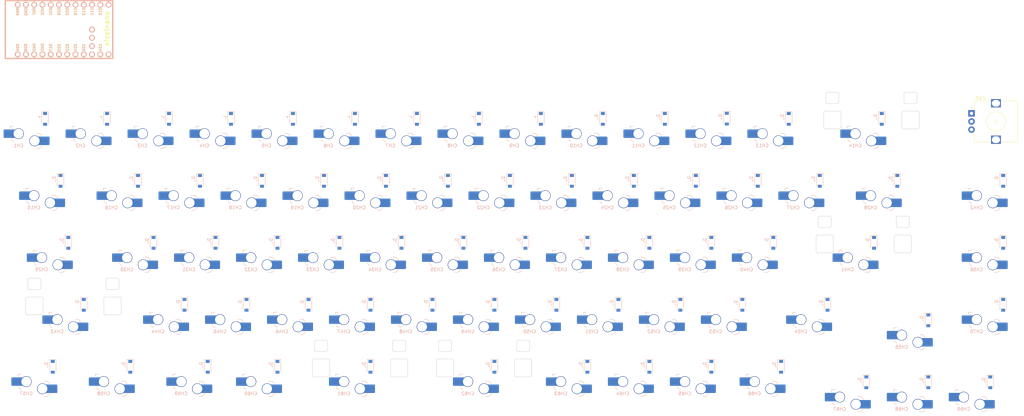
<source format=kicad_pcb>
(kicad_pcb (version 20221018) (generator pcbnew)
  (layers (0 "F.Cu" signal) (31 "B.Cu" signal) (34 "B.Paste" user) (35 "F.Paste" user) (36 "B.SilkS" user "B.Silkscreen") (37 "F.SilkS" user "F.Silkscreen") (38 "B.Mask" user) (39 "F.Mask" user) (44 "Edge.Cuts" user))
  (net 0 "")
  (net 1 "COL-0")
  (net 2 "Net-(D1-A)")
  (net 3 "COL-1")
  (net 4 "Net-(D2-A)")
  (net 5 "COL-2")
  (net 6 "Net-(D3-A)")
  (net 7 "COL-3")
  (net 8 "Net-(D4-A)")
  (net 9 "COL-4")
  (net 10 "Net-(D5-A)")
  (net 11 "COL-5")
  (net 12 "Net-(D6-A)")
  (net 13 "COL-6")
  (net 14 "Net-(D7-A)")
  (net 15 "COL-7")
  (net 16 "Net-(D8-A)")
  (net 17 "COL-8")
  (net 18 "Net-(D9-A)")
  (net 19 "COL-9")
  (net 20 "Net-(D10-A)")
  (net 21 "COL-10")
  (net 22 "Net-(D11-A)")
  (net 23 "COL-11")
  (net 24 "Net-(D12-A)")
  (net 25 "COL-12")
  (net 26 "Net-(D13-A)")
  (net 27 "COL-13")
  (net 28 "Net-(D14-A)")
  (net 29 "Net-(D15-A)")
  (net 30 "Net-(D16-A)")
  (net 31 "Net-(D17-A)")
  (net 32 "Net-(D18-A)")
  (net 33 "Net-(D19-A)")
  (net 34 "Net-(D20-A)")
  (net 35 "Net-(D21-A)")
  (net 36 "Net-(D22-A)")
  (net 37 "Net-(D23-A)")
  (net 38 "Net-(D24-A)")
  (net 39 "Net-(D25-A)")
  (net 40 "Net-(D26-A)")
  (net 41 "Net-(D27-A)")
  (net 42 "Net-(D28-A)")
  (net 43 "Net-(D29-A)")
  (net 44 "Net-(D30-A)")
  (net 45 "Net-(D31-A)")
  (net 46 "Net-(D32-A)")
  (net 47 "Net-(D33-A)")
  (net 48 "Net-(D34-A)")
  (net 49 "Net-(D35-A)")
  (net 50 "Net-(D36-A)")
  (net 51 "Net-(D37-A)")
  (net 52 "Net-(D38-A)")
  (net 53 "Net-(D39-A)")
  (net 54 "Net-(D40-A)")
  (net 55 "Net-(D41-A)")
  (net 56 "Net-(D42-A)")
  (net 57 "Net-(D43-A)")
  (net 58 "Net-(D44-A)")
  (net 59 "Net-(D45-A)")
  (net 60 "Net-(D46-A)")
  (net 61 "Net-(D47-A)")
  (net 62 "Net-(D48-A)")
  (net 63 "Net-(D49-A)")
  (net 64 "Net-(D50-A)")
  (net 65 "Net-(D51-A)")
  (net 66 "Net-(D52-A)")
  (net 67 "Net-(D53-A)")
  (net 68 "Net-(D54-A)")
  (net 69 "Net-(D55-A)")
  (net 70 "Net-(D56-A)")
  (net 71 "Net-(D57-A)")
  (net 72 "Net-(D58-A)")
  (net 73 "Net-(D59-A)")
  (net 74 "Net-(D60-A)")
  (net 75 "Net-(D61-A)")
  (net 76 "Net-(D62-A)")
  (net 77 "Net-(D63-A)")
  (net 78 "Net-(D64-A)")
  (net 79 "Net-(D65-A)")
  (net 80 "Net-(D66-A)")
  (net 81 "Net-(D67-A)")
  (net 82 "Net-(D68-A)")
  (net 83 "Net-(D69-A)")
  (net 84 "Net-(D70-A)")
  (net 85 "ROW-0")
  (net 86 "ROW-1")
  (net 87 "ROW-2")
  (net 88 "ROW-3")
  (net 89 "ROW-4")
  (net 90 "ROT-A")
  (net 91 "ROT-B")
  (net 92 "ROT-GRD")
  (footprint "Rotary_Encoder:RotaryEncoder_Alps_EC12E_Vertical_H20mm" (layer "F.Cu") (at 310.95 48.3)
    (fp_text reference "SW1")
    (fp_text value "RotaryEncoder")
  )
  (footprint "marbastlib-xp-choc:STAB_choc_2u" (layer "F.Cu") (at 34.925 107.95)
    (fp_text reference "S3" hide)
    (fp_text value "choc_stab" hide)
    (fp_line (start -14.65 1.8) (end -14.65 -2.7) (stroke (width 0.12)) (layer "Edge.Cuts"))
    (fp_line (start -14.15 -3.2) (end -9.85 -3.2) (stroke (width 0.12)) (layer "Edge.Cuts"))
    (fp_line (start -14.15 2.3) (end -9.85 2.3) (stroke (width 0.12)) (layer "Edge.Cuts"))
    (fp_line (start -14 -6) (end -14 -8.5) (stroke (width 0.12)) (layer "Edge.Cuts"))
    (fp_line (start -13.5 -9) (end -10.5 -9) (stroke (width 0.12)) (layer "Edge.Cuts"))
    (fp_line (start -13.5 -5.5) (end -10.5 -5.5) (stroke (width 0.12)) (layer "Edge.Cuts"))
    (fp_line (start -10 -6) (end -10 -8.5) (stroke (width 0.12)) (layer "Edge.Cuts"))
    (fp_line (start -9.35 1.8) (end -9.35 -2.7) (stroke (width 0.12)) (layer "Edge.Cuts"))
    (fp_line (start 9.35 1.8) (end 9.35 -2.7) (stroke (width 0.12)) (layer "Edge.Cuts"))
    (fp_line (start 10 -6) (end 10 -8.5) (stroke (width 0.12)) (layer "Edge.Cuts"))
    (fp_line (start 13.5 -9) (end 10.5 -9) (stroke (width 0.12)) (layer "Edge.Cuts"))
    (fp_line (start 13.5 -5.5) (end 10.5 -5.5) (stroke (width 0.12)) (layer "Edge.Cuts"))
    (fp_line (start 14 -6) (end 14 -8.5) (stroke (width 0.12)) (layer "Edge.Cuts"))
    (fp_line (start 14.15 -3.2) (end 9.85 -3.2) (stroke (width 0.12)) (layer "Edge.Cuts"))
    (fp_line (start 14.15 2.3) (end 9.85 2.3) (stroke (width 0.12)) (layer "Edge.Cuts"))
    (fp_line (start 14.65 1.8) (end 14.65 -2.7) (stroke (width 0.12)) (layer "Edge.Cuts"))
    (fp_arc (start -14.65 -2.7) (mid -14.503553 -3.053553) (end -14.15 -3.2) (stroke (width 0.12)) (layer "Edge.Cuts"))
    (fp_arc (start -14.15 2.3) (mid -14.503553 2.153553) (end -14.65 1.8) (stroke (width 0.12)) (layer "Edge.Cuts"))
    (fp_arc (start -14 -8.5) (mid -13.853553 -8.853553) (end -13.5 -9) (stroke (width 0.12)) (layer "Edge.Cuts"))
    (fp_arc (start -13.5 -5.5) (mid -13.853553 -5.646447) (end -14 -6) (stroke (width 0.12)) (layer "Edge.Cuts"))
    (fp_arc (start -10.5 -9) (mid -10.146447 -8.853553) (end -10 -8.5) (stroke (width 0.12)) (layer "Edge.Cuts"))
    (fp_arc (start -10 -6) (mid -10.146447 -5.646447) (end -10.5 -5.5) (stroke (width 0.12)) (layer "Edge.Cuts"))
    (fp_arc (start -9.85 -3.2) (mid -9.496447 -3.053553) (end -9.35 -2.7) (stroke (width 0.12)) (layer "Edge.Cuts"))
    (fp_arc (start -9.35 1.8) (mid -9.496447 2.153553) (end -9.85 2.3) (stroke (width 0.12)) (layer "Edge.Cuts"))
    (fp_arc (start 9.35 -2.7) (mid 9.496447 -3.053553) (end 9.85 -3.2) (stroke (width 0.12)) (layer "Edge.Cuts"))
    (fp_arc (start 9.85 2.3) (mid 9.496447 2.153553) (end 9.35 1.8) (stroke (width 0.12)) (layer "Edge.Cuts"))
    (fp_arc (start 10 -8.5) (mid 10.146447 -8.853553) (end 10.5 -9) (stroke (width 0.12)) (layer "Edge.Cuts"))
    (fp_arc (start 10.5 -5.5) (mid 10.146447 -5.646447) (end 10 -6) (stroke (width 0.12)) (layer "Edge.Cuts"))
    (fp_arc (start 13.5 -9) (mid 13.853553 -8.853553) (end 14 -8.5) (stroke (width 0.12)) (layer "Edge.Cuts"))
    (fp_arc (start 14 -6) (mid 13.853553 -5.646447) (end 13.5 -5.5) (stroke (width 0.12)) (layer "Edge.Cuts"))
    (fp_arc (start 14.15 -3.2) (mid 14.503553 -3.053553) (end 14.65 -2.7) (stroke (width 0.12)) (layer "Edge.Cuts"))
    (fp_arc (start 14.65 1.8) (mid 14.503553 2.153553) (end 14.15 2.3) (stroke (width 0.12)) (layer "Edge.Cuts"))
  )
  (footprint "marbastlib-xp-choc:STAB_choc_2u" (layer "F.Cu") (at 123.03125 127)
    (fp_text reference "S4" hide)
    (fp_text value "choc_stab" hide)
    (fp_line (start -14.65 1.8) (end -14.65 -2.7) (stroke (width 0.12)) (layer "Edge.Cuts"))
    (fp_line (start -14.15 -3.2) (end -9.85 -3.2) (stroke (width 0.12)) (layer "Edge.Cuts"))
    (fp_line (start -14.15 2.3) (end -9.85 2.3) (stroke (width 0.12)) (layer "Edge.Cuts"))
    (fp_line (start -14 -6) (end -14 -8.5) (stroke (width 0.12)) (layer "Edge.Cuts"))
    (fp_line (start -13.5 -9) (end -10.5 -9) (stroke (width 0.12)) (layer "Edge.Cuts"))
    (fp_line (start -13.5 -5.5) (end -10.5 -5.5) (stroke (width 0.12)) (layer "Edge.Cuts"))
    (fp_line (start -10 -6) (end -10 -8.5) (stroke (width 0.12)) (layer "Edge.Cuts"))
    (fp_line (start -9.35 1.8) (end -9.35 -2.7) (stroke (width 0.12)) (layer "Edge.Cuts"))
    (fp_line (start 9.35 1.8) (end 9.35 -2.7) (stroke (width 0.12)) (layer "Edge.Cuts"))
    (fp_line (start 10 -6) (end 10 -8.5) (stroke (width 0.12)) (layer "Edge.Cuts"))
    (fp_line (start 13.5 -9) (end 10.5 -9) (stroke (width 0.12)) (layer "Edge.Cuts"))
    (fp_line (start 13.5 -5.5) (end 10.5 -5.5) (stroke (width 0.12)) (layer "Edge.Cuts"))
    (fp_line (start 14 -6) (end 14 -8.5) (stroke (width 0.12)) (layer "Edge.Cuts"))
    (fp_line (start 14.15 -3.2) (end 9.85 -3.2) (stroke (width 0.12)) (layer "Edge.Cuts"))
    (fp_line (start 14.15 2.3) (end 9.85 2.3) (stroke (width 0.12)) (layer "Edge.Cuts"))
    (fp_line (start 14.65 1.8) (end 14.65 -2.7) (stroke (width 0.12)) (layer "Edge.Cuts"))
    (fp_arc (start -14.65 -2.7) (mid -14.503553 -3.053553) (end -14.15 -3.2) (stroke (width 0.12)) (layer "Edge.Cuts"))
    (fp_arc (start -14.15 2.3) (mid -14.503553 2.153553) (end -14.65 1.8) (stroke (width 0.12)) (layer "Edge.Cuts"))
    (fp_arc (start -14 -8.5) (mid -13.853553 -8.853553) (end -13.5 -9) (stroke (width 0.12)) (layer "Edge.Cuts"))
    (fp_arc (start -13.5 -5.5) (mid -13.853553 -5.646447) (end -14 -6) (stroke (width 0.12)) (layer "Edge.Cuts"))
    (fp_arc (start -10.5 -9) (mid -10.146447 -8.853553) (end -10 -8.5) (stroke (width 0.12)) (layer "Edge.Cuts"))
    (fp_arc (start -10 -6) (mid -10.146447 -5.646447) (end -10.5 -5.5) (stroke (width 0.12)) (layer "Edge.Cuts"))
    (fp_arc (start -9.85 -3.2) (mid -9.496447 -3.053553) (end -9.35 -2.7) (stroke (width 0.12)) (layer "Edge.Cuts"))
    (fp_arc (start -9.35 1.8) (mid -9.496447 2.153553) (end -9.85 2.3) (stroke (width 0.12)) (layer "Edge.Cuts"))
    (fp_arc (start 9.35 -2.7) (mid 9.496447 -3.053553) (end 9.85 -3.2) (stroke (width 0.12)) (layer "Edge.Cuts"))
    (fp_arc (start 9.85 2.3) (mid 9.496447 2.153553) (end 9.35 1.8) (stroke (width 0.12)) (layer "Edge.Cuts"))
    (fp_arc (start 10 -8.5) (mid 10.146447 -8.853553) (end 10.5 -9) (stroke (width 0.12)) (layer "Edge.Cuts"))
    (fp_arc (start 10.5 -5.5) (mid 10.146447 -5.646447) (end 10 -6) (stroke (width 0.12)) (layer "Edge.Cuts"))
    (fp_arc (start 13.5 -9) (mid 13.853553 -8.853553) (end 14 -8.5) (stroke (width 0.12)) (layer "Edge.Cuts"))
    (fp_arc (start 14 -6) (mid 13.853553 -5.646447) (end 13.5 -5.5) (stroke (width 0.12)) (layer "Edge.Cuts"))
    (fp_arc (start 14.15 -3.2) (mid 14.503553 -3.053553) (end 14.65 -2.7) (stroke (width 0.12)) (layer "Edge.Cuts"))
    (fp_arc (start 14.65 1.8) (mid 14.503553 2.153553) (end 14.15 2.3) (stroke (width 0.12)) (layer "Edge.Cuts"))
  )
  (footprint "nice-nano-kicad-master:nice_nano" (layer "F.Cu") (at 31.75 22.5425)
    (fp_text reference "U1" hide)
    (fp_text value "nice_nano" hide)
  )
  (footprint "marbastlib-xp-choc:STAB_choc_2u" (layer "F.Cu") (at 280.19375 50.8)
    (fp_text reference "S1" hide)
    (fp_text value "choc_stab" hide)
    (fp_line (start -14.65 1.8) (end -14.65 -2.7) (stroke (width 0.12)) (layer "Edge.Cuts"))
    (fp_line (start -14.15 -3.2) (end -9.85 -3.2) (stroke (width 0.12)) (layer "Edge.Cuts"))
    (fp_line (start -14.15 2.3) (end -9.85 2.3) (stroke (width 0.12)) (layer "Edge.Cuts"))
    (fp_line (start -14 -6) (end -14 -8.5) (stroke (width 0.12)) (layer "Edge.Cuts"))
    (fp_line (start -13.5 -9) (end -10.5 -9) (stroke (width 0.12)) (layer "Edge.Cuts"))
    (fp_line (start -13.5 -5.5) (end -10.5 -5.5) (stroke (width 0.12)) (layer "Edge.Cuts"))
    (fp_line (start -10 -6) (end -10 -8.5) (stroke (width 0.12)) (layer "Edge.Cuts"))
    (fp_line (start -9.35 1.8) (end -9.35 -2.7) (stroke (width 0.12)) (layer "Edge.Cuts"))
    (fp_line (start 9.35 1.8) (end 9.35 -2.7) (stroke (width 0.12)) (layer "Edge.Cuts"))
    (fp_line (start 10 -6) (end 10 -8.5) (stroke (width 0.12)) (layer "Edge.Cuts"))
    (fp_line (start 13.5 -9) (end 10.5 -9) (stroke (width 0.12)) (layer "Edge.Cuts"))
    (fp_line (start 13.5 -5.5) (end 10.5 -5.5) (stroke (width 0.12)) (layer "Edge.Cuts"))
    (fp_line (start 14 -6) (end 14 -8.5) (stroke (width 0.12)) (layer "Edge.Cuts"))
    (fp_line (start 14.15 -3.2) (end 9.85 -3.2) (stroke (width 0.12)) (layer "Edge.Cuts"))
    (fp_line (start 14.15 2.3) (end 9.85 2.3) (stroke (width 0.12)) (layer "Edge.Cuts"))
    (fp_line (start 14.65 1.8) (end 14.65 -2.7) (stroke (width 0.12)) (layer "Edge.Cuts"))
    (fp_arc (start -14.65 -2.7) (mid -14.503553 -3.053553) (end -14.15 -3.2) (stroke (width 0.12)) (layer "Edge.Cuts"))
    (fp_arc (start -14.15 2.3) (mid -14.503553 2.153553) (end -14.65 1.8) (stroke (width 0.12)) (layer "Edge.Cuts"))
    (fp_arc (start -14 -8.5) (mid -13.853553 -8.853553) (end -13.5 -9) (stroke (width 0.12)) (layer "Edge.Cuts"))
    (fp_arc (start -13.5 -5.5) (mid -13.853553 -5.646447) (end -14 -6) (stroke (width 0.12)) (layer "Edge.Cuts"))
    (fp_arc (start -10.5 -9) (mid -10.146447 -8.853553) (end -10 -8.5) (stroke (width 0.12)) (layer "Edge.Cuts"))
    (fp_arc (start -10 -6) (mid -10.146447 -5.646447) (end -10.5 -5.5) (stroke (width 0.12)) (layer "Edge.Cuts"))
    (fp_arc (start -9.85 -3.2) (mid -9.496447 -3.053553) (end -9.35 -2.7) (stroke (width 0.12)) (layer "Edge.Cuts"))
    (fp_arc (start -9.35 1.8) (mid -9.496447 2.153553) (end -9.85 2.3) (stroke (width 0.12)) (layer "Edge.Cuts"))
    (fp_arc (start 9.35 -2.7) (mid 9.496447 -3.053553) (end 9.85 -3.2) (stroke (width 0.12)) (layer "Edge.Cuts"))
    (fp_arc (start 9.85 2.3) (mid 9.496447 2.153553) (end 9.35 1.8) (stroke (width 0.12)) (layer "Edge.Cuts"))
    (fp_arc (start 10 -8.5) (mid 10.146447 -8.853553) (end 10.5 -9) (stroke (width 0.12)) (layer "Edge.Cuts"))
    (fp_arc (start 10.5 -5.5) (mid 10.146447 -5.646447) (end 10 -6) (stroke (width 0.12)) (layer "Edge.Cuts"))
    (fp_arc (start 13.5 -9) (mid 13.853553 -8.853553) (end 14 -8.5) (stroke (width 0.12)) (layer "Edge.Cuts"))
    (fp_arc (start 14 -6) (mid 13.853553 -5.646447) (end 13.5 -5.5) (stroke (width 0.12)) (layer "Edge.Cuts"))
    (fp_arc (start 14.15 -3.2) (mid 14.503553 -3.053553) (end 14.65 -2.7) (stroke (width 0.12)) (layer "Edge.Cuts"))
    (fp_arc (start 14.65 1.8) (mid 14.503553 2.153553) (end 14.15 2.3) (stroke (width 0.12)) (layer "Edge.Cuts"))
  )
  (footprint "marbastlib-xp-choc:STAB_choc_2u" (layer "F.Cu") (at 277.8125 88.9)
    (fp_text reference "S2" hide)
    (fp_text value "choc_stab" hide)
    (fp_line (start -14.65 1.8) (end -14.65 -2.7) (stroke (width 0.12)) (layer "Edge.Cuts"))
    (fp_line (start -14.15 -3.2) (end -9.85 -3.2) (stroke (width 0.12)) (layer "Edge.Cuts"))
    (fp_line (start -14.15 2.3) (end -9.85 2.3) (stroke (width 0.12)) (layer "Edge.Cuts"))
    (fp_line (start -14 -6) (end -14 -8.5) (stroke (width 0.12)) (layer "Edge.Cuts"))
    (fp_line (start -13.5 -9) (end -10.5 -9) (stroke (width 0.12)) (layer "Edge.Cuts"))
    (fp_line (start -13.5 -5.5) (end -10.5 -5.5) (stroke (width 0.12)) (layer "Edge.Cuts"))
    (fp_line (start -10 -6) (end -10 -8.5) (stroke (width 0.12)) (layer "Edge.Cuts"))
    (fp_line (start -9.35 1.8) (end -9.35 -2.7) (stroke (width 0.12)) (layer "Edge.Cuts"))
    (fp_line (start 9.35 1.8) (end 9.35 -2.7) (stroke (width 0.12)) (layer "Edge.Cuts"))
    (fp_line (start 10 -6) (end 10 -8.5) (stroke (width 0.12)) (layer "Edge.Cuts"))
    (fp_line (start 13.5 -9) (end 10.5 -9) (stroke (width 0.12)) (layer "Edge.Cuts"))
    (fp_line (start 13.5 -5.5) (end 10.5 -5.5) (stroke (width 0.12)) (layer "Edge.Cuts"))
    (fp_line (start 14 -6) (end 14 -8.5) (stroke (width 0.12)) (layer "Edge.Cuts"))
    (fp_line (start 14.15 -3.2) (end 9.85 -3.2) (stroke (width 0.12)) (layer "Edge.Cuts"))
    (fp_line (start 14.15 2.3) (end 9.85 2.3) (stroke (width 0.12)) (layer "Edge.Cuts"))
    (fp_line (start 14.65 1.8) (end 14.65 -2.7) (stroke (width 0.12)) (layer "Edge.Cuts"))
    (fp_arc (start -14.65 -2.7) (mid -14.503553 -3.053553) (end -14.15 -3.2) (stroke (width 0.12)) (layer "Edge.Cuts"))
    (fp_arc (start -14.15 2.3) (mid -14.503553 2.153553) (end -14.65 1.8) (stroke (width 0.12)) (layer "Edge.Cuts"))
    (fp_arc (start -14 -8.5) (mid -13.853553 -8.853553) (end -13.5 -9) (stroke (width 0.12)) (layer "Edge.Cuts"))
    (fp_arc (start -13.5 -5.5) (mid -13.853553 -5.646447) (end -14 -6) (stroke (width 0.12)) (layer "Edge.Cuts"))
    (fp_arc (start -10.5 -9) (mid -10.146447 -8.853553) (end -10 -8.5) (stroke (width 0.12)) (layer "Edge.Cuts"))
    (fp_arc (start -10 -6) (mid -10.146447 -5.646447) (end -10.5 -5.5) (stroke (width 0.12)) (layer "Edge.Cuts"))
    (fp_arc (start -9.85 -3.2) (mid -9.496447 -3.053553) (end -9.35 -2.7) (stroke (width 0.12)) (layer "Edge.Cuts"))
    (fp_arc (start -9.35 1.8) (mid -9.496447 2.153553) (end -9.85 2.3) (stroke (width 0.12)) (layer "Edge.Cuts"))
    (fp_arc (start 9.35 -2.7) (mid 9.496447 -3.053553) (end 9.85 -3.2) (stroke (width 0.12)) (layer "Edge.Cuts"))
    (fp_arc (start 9.85 2.3) (mid 9.496447 2.153553) (end 9.35 1.8) (stroke (width 0.12)) (layer "Edge.Cuts"))
    (fp_arc (start 10 -8.5) (mid 10.146447 -8.853553) (end 10.5 -9) (stroke (width 0.12)) (layer "Edge.Cuts"))
    (fp_arc (start 10.5 -5.5) (mid 10.146447 -5.646447) (end 10 -6) (stroke (width 0.12)) (layer "Edge.Cuts"))
    (fp_arc (start 13.5 -9) (mid 13.853553 -8.853553) (end 14 -8.5) (stroke (width 0.12)) (layer "Edge.Cuts"))
    (fp_arc (start 14 -6) (mid 13.853553 -5.646447) (end 13.5 -5.5) (stroke (width 0.12)) (layer "Edge.Cuts"))
    (fp_arc (start 14.15 -3.2) (mid 14.503553 -3.053553) (end 14.65 -2.7) (stroke (width 0.12)) (layer "Edge.Cuts"))
    (fp_arc (start 14.65 1.8) (mid 14.503553 2.153553) (end 14.15 2.3) (stroke (width 0.12)) (layer "Edge.Cuts"))
  )
  (footprint "marbastlib-xp-choc:STAB_choc_2u" (layer "F.Cu") (at 161.13125 127)
    (fp_text reference "S5" hide)
    (fp_text value "choc_stab" hide)
    (fp_line (start -14.65 1.8) (end -14.65 -2.7) (stroke (width 0.12)) (layer "Edge.Cuts"))
    (fp_line (start -14.15 -3.2) (end -9.85 -3.2) (stroke (width 0.12)) (layer "Edge.Cuts"))
    (fp_line (start -14.15 2.3) (end -9.85 2.3) (stroke (width 0.12)) (layer "Edge.Cuts"))
    (fp_line (start -14 -6) (end -14 -8.5) (stroke (width 0.12)) (layer "Edge.Cuts"))
    (fp_line (start -13.5 -9) (end -10.5 -9) (stroke (width 0.12)) (layer "Edge.Cuts"))
    (fp_line (start -13.5 -5.5) (end -10.5 -5.5) (stroke (width 0.12)) (layer "Edge.Cuts"))
    (fp_line (start -10 -6) (end -10 -8.5) (stroke (width 0.12)) (layer "Edge.Cuts"))
    (fp_line (start -9.35 1.8) (end -9.35 -2.7) (stroke (width 0.12)) (layer "Edge.Cuts"))
    (fp_line (start 9.35 1.8) (end 9.35 -2.7) (stroke (width 0.12)) (layer "Edge.Cuts"))
    (fp_line (start 10 -6) (end 10 -8.5) (stroke (width 0.12)) (layer "Edge.Cuts"))
    (fp_line (start 13.5 -9) (end 10.5 -9) (stroke (width 0.12)) (layer "Edge.Cuts"))
    (fp_line (start 13.5 -5.5) (end 10.5 -5.5) (stroke (width 0.12)) (layer "Edge.Cuts"))
    (fp_line (start 14 -6) (end 14 -8.5) (stroke (width 0.12)) (layer "Edge.Cuts"))
    (fp_line (start 14.15 -3.2) (end 9.85 -3.2) (stroke (width 0.12)) (layer "Edge.Cuts"))
    (fp_line (start 14.15 2.3) (end 9.85 2.3) (stroke (width 0.12)) (layer "Edge.Cuts"))
    (fp_line (start 14.65 1.8) (end 14.65 -2.7) (stroke (width 0.12)) (layer "Edge.Cuts"))
    (fp_arc (start -14.65 -2.7) (mid -14.503553 -3.053553) (end -14.15 -3.2) (stroke (width 0.12)) (layer "Edge.Cuts"))
    (fp_arc (start -14.15 2.3) (mid -14.503553 2.153553) (end -14.65 1.8) (stroke (width 0.12)) (layer "Edge.Cuts"))
    (fp_arc (start -14 -8.5) (mid -13.853553 -8.853553) (end -13.5 -9) (stroke (width 0.12)) (layer "Edge.Cuts"))
    (fp_arc (start -13.5 -5.5) (mid -13.853553 -5.646447) (end -14 -6) (stroke (width 0.12)) (layer "Edge.Cuts"))
    (fp_arc (start -10.5 -9) (mid -10.146447 -8.853553) (end -10 -8.5) (stroke (width 0.12)) (layer "Edge.Cuts"))
    (fp_arc (start -10 -6) (mid -10.146447 -5.646447) (end -10.5 -5.5) (stroke (width 0.12)) (layer "Edge.Cuts"))
    (fp_arc (start -9.85 -3.2) (mid -9.496447 -3.053553) (end -9.35 -2.7) (stroke (width 0.12)) (layer "Edge.Cuts"))
    (fp_arc (start -9.35 1.8) (mid -9.496447 2.153553) (end -9.85 2.3) (stroke (width 0.12)) (layer "Edge.Cuts"))
    (fp_arc (start 9.35 -2.7) (mid 9.496447 -3.053553) (end 9.85 -3.2) (stroke (width 0.12)) (layer "Edge.Cuts"))
    (fp_arc (start 9.85 2.3) (mid 9.496447 2.153553) (end 9.35 1.8) (stroke (width 0.12)) (layer "Edge.Cuts"))
    (fp_arc (start 10 -8.5) (mid 10.146447 -8.853553) (end 10.5 -9) (stroke (width 0.12)) (layer "Edge.Cuts"))
    (fp_arc (start 10.5 -5.5) (mid 10.146447 -5.646447) (end 10 -6) (stroke (width 0.12)) (layer "Edge.Cuts"))
    (fp_arc (start 13.5 -9) (mid 13.853553 -8.853553) (end 14 -8.5) (stroke (width 0.12)) (layer "Edge.Cuts"))
    (fp_arc (start 14 -6) (mid 13.853553 -5.646447) (end 13.5 -5.5) (stroke (width 0.12)) (layer "Edge.Cuts"))
    (fp_arc (start 14.15 -3.2) (mid 14.503553 -3.053553) (end 14.65 -2.7) (stroke (width 0.12)) (layer "Edge.Cuts"))
    (fp_arc (start 14.65 1.8) (mid 14.503553 2.153553) (end 14.15 2.3) (stroke (width 0.12)) (layer "Edge.Cuts"))
  )
  (footprint "Diode_SMD:D_SOD-123" (layer "B.Cu") (at 297.65625 111.91875 -90)
    (fp_text reference "D55")
    (fp_text value "D_Small")
  )
  (footprint "marbastlib-choc:SW_choc_v1_HS_1u" (layer "B.Cu") (at 242.09375 69.85 180)
    (fp_text reference "CH26")
    (fp_text value "choc_SW_HS" hide)
  )
  (footprint "Diode_SMD:D_SOD-123" (layer "B.Cu") (at 245.26875 69.05625 -90)
    (fp_text reference "D26")
    (fp_text value "D_Small")
  )
  (footprint "Diode_SMD:D_SOD-123" (layer "B.Cu") (at 320.675 88.10625 -90)
    (fp_text reference "D56")
    (fp_text value "D_Small")
  )
  (footprint "marbastlib-choc:SW_choc_v1_HS_1u" (layer "B.Cu") (at 132.55625 88.9 180)
    (fp_text reference "CH34")
    (fp_text value "choc_SW_HS" hide)
  )
  (footprint "marbastlib-choc:SW_choc_v1_HS_1u" (layer "B.Cu") (at 180.18125 107.95 180)
    (fp_text reference "CH50")
    (fp_text value "choc_SW_HS" hide)
  )
  (footprint "marbastlib-choc:SW_choc_v1_HS_1u" (layer "B.Cu") (at 261.14375 69.85 180)
    (fp_text reference "CH27")
    (fp_text value "choc_SW_HS" hide)
  )
  (footprint "marbastlib-choc:SW_choc_v1_HS_1u" (layer "B.Cu") (at 199.23125 107.95 180)
    (fp_text reference "CH51")
    (fp_text value "choc_SW_HS" hide)
  )
  (footprint "Diode_SMD:D_SOD-123" (layer "B.Cu") (at 173.83125 88.10625 -90)
    (fp_text reference "D36")
    (fp_text value "D_Small")
  )
  (footprint "marbastlib-choc:SW_choc_v1_HS_1u" (layer "B.Cu") (at 142.08125 107.95 180)
    (fp_text reference "CH48")
    (fp_text value "choc_SW_HS" hide)
  )
  (footprint "marbastlib-choc:SW_choc_v1_HS_1u" (layer "B.Cu") (at 184.94375 69.85 180)
    (fp_text reference "CH23")
    (fp_text value "choc_SW_HS" hide)
  )
  (footprint "marbastlib-choc:SW_choc_v1_HS_1u" (layer "B.Cu") (at 280.19375 50.8 180)
    (fp_text reference "CH14")
    (fp_text value "choc_SW_HS" hide)
  )
  (footprint "Diode_SMD:D_SOD-123" (layer "B.Cu") (at 135.73125 88.10625 -90)
    (fp_text reference "D34")
    (fp_text value "D_Small")
  )
  (footprint "marbastlib-choc:SW_choc_v1_HS_1u" (layer "B.Cu") (at 108.74375 69.85 180)
    (fp_text reference "CH19")
    (fp_text value "choc_SW_HS" hide)
  )
  (footprint "marbastlib-choc:SW_choc_v1_HS_1u" (layer "B.Cu") (at 208.75625 127 180)
    (fp_text reference "CH64")
    (fp_text value "choc_SW_HS" hide)
  )
  (footprint "Diode_SMD:D_SOD-123" (layer "B.Cu") (at 159.54375 50.00625 -90)
    (fp_text reference "D8")
    (fp_text value "D_Small")
  )
  (footprint "Diode_SMD:D_SOD-123" (layer "B.Cu") (at 164.30625 107.15625 -90)
    (fp_text reference "D49")
    (fp_text value "D_Small")
  )
  (footprint "marbastlib-choc:SW_choc_v1_HS_1u" (layer "B.Cu") (at 232.56875 50.8 180)
    (fp_text reference "CH12")
    (fp_text value "choc_SW_HS" hide)
  )
  (footprint "marbastlib-choc:SW_choc_v1_HS_1u" (layer "B.Cu") (at 99.21875 50.8 180)
    (fp_text reference "CH5")
    (fp_text value "choc_SW_HS" hide)
  )
  (footprint "marbastlib-choc:SW_choc_v1_HS_1u" (layer "B.Cu") (at 170.65625 88.9 180)
    (fp_text reference "CH36")
    (fp_text value "choc_SW_HS" hide)
  )
  (footprint "Diode_SMD:D_SOD-123" (layer "B.Cu") (at 320.675 107.15625 -90)
    (fp_text reference "D70")
    (fp_text value "D_Small")
  )
  (footprint "marbastlib-choc:SW_choc_v1_HS_1u" (layer "B.Cu") (at 137.31875 50.8 180)
    (fp_text reference "CH7")
    (fp_text value "choc_SW_HS" hide)
  )
  (footprint "marbastlib-choc:SW_choc_v1_HS_1u" (layer "B.Cu") (at 251.61875 50.8 180)
    (fp_text reference "CH13")
    (fp_text value "choc_SW_HS" hide)
  )
  (footprint "marbastlib-choc:SW_choc_v1_HS_1u" (layer "B.Cu") (at 227.80625 88.9 180)
    (fp_text reference "CH39")
    (fp_text value "choc_SW_HS" hide)
  )
  (footprint "Diode_SMD:D_SOD-123" (layer "B.Cu") (at 102.39375 50.00625 -90)
    (fp_text reference "D5")
    (fp_text value "D_Small")
  )
  (footprint "Diode_SMD:D_SOD-123" (layer "B.Cu") (at 26.19375 50.00625 -90)
    (fp_text reference "D1")
    (fp_text value "D_Small")
  )
  (footprint "Diode_SMD:D_SOD-123" (layer "B.Cu") (at 192.88125 126.20625 -90)
    (fp_text reference "D63")
    (fp_text value "D_Small")
  )
  (footprint "Diode_SMD:D_SOD-123" (layer "B.Cu") (at 207.16875 69.05625 -90)
    (fp_text reference "D24")
    (fp_text value "D_Small")
  )
  (footprint "marbastlib-choc:SW_choc_v1_HS_1u" (layer "B.Cu") (at 194.46875 50.8 180)
    (fp_text reference "CH10")
    (fp_text value "choc_SW_HS" hide)
  )
  (footprint "Diode_SMD:D_SOD-123" (layer "B.Cu") (at 235.74375 49.94375 -90)
    (fp_text reference "D12")
    (fp_text value "D_Small")
  )
  (footprint "Diode_SMD:D_SOD-123" (layer "B.Cu") (at 38.1 107.15625 -90)
    (fp_text reference "D43")
    (fp_text value "D_Small")
  )
  (footprint "Diode_SMD:D_SOD-123" (layer "B.Cu") (at 169.06875 69.05625 -90)
    (fp_text reference "D22")
    (fp_text value "D_Small")
  )
  (footprint "marbastlib-choc:SW_choc_v1_HS_1u" (layer "B.Cu") (at 189.70625 88.9 180)
    (fp_text reference "CH37")
    (fp_text value "choc_SW_HS" hide)
  )
  (footprint "marbastlib-choc:SW_choc_v1_HS_1u" (layer "B.Cu") (at 237.33125 107.95 180)
    (fp_text reference "CH53")
    (fp_text value "choc_SW_HS" hide)
  )
  (footprint "Diode_SMD:D_SOD-123" (layer "B.Cu") (at 76.2 126.20625 -90)
    (fp_text reference "D59")
    (fp_text value "D_Small")
  )
  (footprint "Diode_SMD:D_SOD-123" (layer "B.Cu") (at 52.3875 126.20625 -90)
    (fp_text reference "D58")
    (fp_text value "D_Small")
  )
  (footprint "Diode_SMD:D_SOD-123" (layer "B.Cu") (at 297.65625 130.96875 -90)
    (fp_text reference "D68")
    (fp_text value "D_Small")
  )
  (footprint "marbastlib-choc:SW_choc_v1_HS_1u" (layer "B.Cu") (at 94.45625 127 180)
    (fp_text reference "CH60")
    (fp_text value "choc_SW_HS" hide)
  )
  (footprint "Diode_SMD:D_SOD-123" (layer "B.Cu") (at 64.29375 50.00625 -90)
    (fp_text reference "D3")
    (fp_text value "D_Small")
  )
  (footprint "marbastlib-choc:SW_choc_v1_HS_1u" (layer "B.Cu") (at 23.01875 50.8 180)
    (fp_text reference "CH1")
    (fp_text value "choc_SW_HS" hide)
  )
  (footprint "Diode_SMD:D_SOD-123" (layer "B.Cu") (at 197.64375 50.00625 -90)
    (fp_text reference "D10")
    (fp_text value "D_Small")
  )
  (footprint "Diode_SMD:D_SOD-123" (layer "B.Cu") (at 111.91875 69.05625 -90)
    (fp_text reference "D19")
    (fp_text value "D_Small")
  )
  (footprint "Diode_SMD:D_SOD-123" (layer "B.Cu") (at 188.11875 69.05625 -90)
    (fp_text reference "D23")
    (fp_text value "D_Small")
  )
  (footprint "marbastlib-choc:SW_choc_v1_HS_1u" (layer "B.Cu") (at 313.53125 131.7625 180)
    (fp_text reference "CH69")
    (fp_text value "choc_SW_HS" hide)
  )
  (footprint "Diode_SMD:D_SOD-123" (layer "B.Cu") (at 221.45625 107.15625 -90)
    (fp_text reference "D52")
    (fp_text value "D_Small")
  )
  (footprint "marbastlib-choc:SW_choc_v1_HS_1u" (layer "B.Cu") (at 213.51875 50.8 180)
    (fp_text reference "CH11")
    (fp_text value "choc_SW_HS" hide)
  )
  (footprint "Diode_SMD:D_SOD-123" (layer "B.Cu") (at 107.15625 107.15625 -90)
    (fp_text reference "D46")
    (fp_text value "D_Small")
  )
  (footprint "marbastlib-choc:SW_choc_v1_HS_1.75u" (layer "B.Cu") (at 263.525 107.95 180)
    (fp_text reference "CH54")
    (fp_text value "choc_SW_HS" hide)
  )
  (footprint "Diode_SMD:D_SOD-123" (layer "B.Cu") (at 283.36875 50.00625 -90)
    (fp_text reference "D14")
    (fp_text value "D_Small")
  )
  (footprint "marbastlib-choc:SW_choc_v1_HS_1u" (layer "B.Cu") (at 127.79375 69.85 180)
    (fp_text reference "CH20")
    (fp_text value "choc_SW_HS" hide)
  )
  (footprint "marbastlib-choc:SW_choc_v1_HS_1u" (layer "B.Cu") (at 165.89375 69.85 180)
    (fp_text reference "CH22")
    (fp_text value "choc_SW_HS" hide)
  )
  (footprint "Diode_SMD:D_SOD-123" (layer "B.Cu") (at 126.20625 107.15625 -90)
    (fp_text reference "D47")
    (fp_text value "D_Small")
  )
  (footprint "Diode_SMD:D_SOD-123" (layer "B.Cu") (at 83.34375 50.00625 -90)
    (fp_text reference "D4")
    (fp_text value "D_Small")
  )
  (footprint "Diode_SMD:D_SOD-123" (layer "B.Cu") (at 30.95625 69.05625 -90)
    (fp_text reference "D15")
    (fp_text value "D_Small")
  )
  (footprint "Diode_SMD:D_SOD-123" (layer "B.Cu") (at 178.59375 50.00625 -90)
    (fp_text reference "D9")
    (fp_text value "D_Small")
  )
  (footprint "marbastlib-choc:SW_choc_v1_HS_1u" (layer "B.Cu") (at 89.69375 69.85 180)
    (fp_text reference "CH18")
    (fp_text value "choc_SW_HS" hide)
  )
  (footprint "Diode_SMD:D_SOD-123" (layer "B.Cu") (at 73.81875 69.05625 -90)
    (fp_text reference "D17")
    (fp_text value "D_Small")
  )
  (footprint "Diode_SMD:D_SOD-123" (layer "B.Cu") (at 33.3375 88.10625 -90)
    (fp_text reference "D29")
    (fp_text value "D_Small")
  )
  (footprint "marbastlib-choc:SW_choc_v1_HS_1u" (layer "B.Cu") (at 277.8125 88.9 180)
    (fp_text reference "CH41")
    (fp_text value "choc_SW_HS" hide)
  )
  (footprint "Diode_SMD:D_SOD-123" (layer "B.Cu") (at 288.13125 69.05625 -90)
    (fp_text reference "D28")
    (fp_text value "D_Small")
  )
  (footprint "marbastlib-choc:SW_choc_v1_HS_1u" (layer "B.Cu") (at 151.60625 88.9 180)
    (fp_text reference "CH35")
    (fp_text value "choc_SW_HS" hide)
  )
  (footprint "Diode_SMD:D_SOD-123" (layer "B.Cu") (at 88.10625 107.15625 -90)
    (fp_text reference "D45")
    (fp_text value "D_Small")
  )
  (footprint "Diode_SMD:D_SOD-123" (layer "B.Cu") (at 126.20625 126.20625 -90)
    (fp_text reference "D61")
    (fp_text value "D_Small")
  )
  (footprint "marbastlib-choc:SW_choc_v1_HS_1u" (layer "B.Cu") (at 34.925 107.95 180)
    (fp_text reference "CH43")
    (fp_text value "choc_SW_HS" hide)
  )
  (footprint "marbastlib-choc:SW_choc_v1_HS_1.25u" (layer "B.Cu") (at 49.2125 127 180)
    (fp_text reference "CH58")
    (fp_text value "choc_SW_HS" hide)
  )
  (footprint "marbastlib-choc:SW_choc_v1_HS_1.25u" (layer "B.Cu") (at 25.4 127 180)
    (fp_text reference "CH57")
    (fp_text value "choc_SW_HS" hide)
  )
  (footprint "marbastlib-choc:SW_choc_v1_HS_1u" (layer "B.Cu") (at 123.03125 127 180)
    (fp_text reference "CH61")
    (fp_text value "choc_SW_HS" hide)
  )
  (footprint "marbastlib-choc:SW_choc_v1_HS_1.25u" (layer "B.Cu") (at 249.2375 127 180)
    (fp_text reference "CH66")
    (fp_text value "choc_SW_HS" hide)
  )
  (footprint "marbastlib-choc:SW_choc_v1_HS_1u" (layer "B.Cu") (at 189.70625 127 180)
    (fp_text reference "CH63")
    (fp_text value "choc_SW_HS" hide)
  )
  (footprint "marbastlib-choc:SW_choc_v1_HS_1u" (layer "B.Cu") (at 80.16875 50.8 180)
    (fp_text reference "CH4")
    (fp_text value "choc_SW_HS" hide)
  )
  (footprint "marbastlib-choc:SW_choc_v1_HS_1.5u" (layer "B.Cu") (at 284.95625 69.85 180)
    (fp_text reference "CH28")
    (fp_text value "choc_SW_HS" hide)
  )
  (footprint "marbastlib-choc:SW_choc_v1_HS_1u" (layer "B.Cu") (at 75.40625 88.9 180)
    (fp_text reference "CH31")
    (fp_text value "choc_SW_HS" hide)
  )
  (footprint "Diode_SMD:D_SOD-123" (layer "B.Cu") (at 150.01875 69.05625 -90)
    (fp_text reference "D21")
    (fp_text value "D_Small")
  )
  (footprint "marbastlib-choc:SW_choc_v1_HS_1u" (layer "B.Cu") (at 146.84375 69.85 180)
    (fp_text reference "CH21")
    (fp_text value "choc_SW_HS" hide)
  )
  (footprint "marbastlib-choc:SW_choc_v1_HS_1.5u" (layer "B.Cu") (at 27.78125 69.85 180)
    (fp_text reference "CH15")
    (fp_text value "choc_SW_HS" hide)
  )
  (footprint "Diode_SMD:D_SOD-123" (layer "B.Cu") (at 230.98125 88.10625 -90)
    (fp_text reference "D39")
    (fp_text value "D_Small")
  )
  (footprint "marbastlib-choc:SW_choc_v1_HS_1u" (layer "B.Cu") (at 175.41875 50.8 180)
    (fp_text reference "CH9")
    (fp_text value "choc_SW_HS" hide)
  )
  (footprint "marbastlib-choc:SW_choc_v1_HS_1.75u" (layer "B.Cu") (at 30.1625 88.9 180)
    (fp_text reference "CH29")
    (fp_text value "choc_SW_HS" hide)
  )
  (footprint "marbastlib-choc:SW_choc_v1_HS_1u" (layer "B.Cu") (at 161.13125 107.95 180)
    (fp_text reference "CH49")
    (fp_text value "choc_SW_HS" hide)
  )
  (footprint "Diode_SMD:D_SOD-123" (layer "B.Cu") (at 254.79375 50.00625 -90)
    (fp_text reference "D13")
    (fp_text value "D_Small")
  )
  (footprint "marbastlib-choc:SW_choc_v1_HS_1u" (layer "B.Cu") (at 94.45625 88.9 180)
    (fp_text reference "CH32")
    (fp_text value "choc_SW_HS" hide)
  )
  (footprint "Diode_SMD:D_SOD-123" (layer "B.Cu") (at 264.31875 69.05625 -90)
    (fp_text reference "D27")
    (fp_text value "D_Small")
  )
  (footprint "Diode_SMD:D_SOD-123" (layer "B.Cu") (at 130.96875 69.05625 -90)
    (fp_text reference "D20")
    (fp_text value "D_Small")
  )
  (footprint "Diode_SMD:D_SOD-123" (layer "B.Cu") (at 145.25625 107.15625 -90)
    (fp_text reference "D48")
    (fp_text value "D_Small")
  )
  (footprint "Diode_SMD:D_SOD-123" (layer "B.Cu") (at 240.50625 107.15625 -90)
    (fp_text reference "D53")
    (fp_text value "D_Small")
  )
  (footprint "marbastlib-choc:SW_choc_v1_HS_1u" (layer "B.Cu") (at 317.5 88.9 180)
    (fp_text reference "CH56")
    (fp_text value "choc_SW_HS" hide)
  )
  (footprint "Diode_SMD:D_SOD-123" (layer "B.Cu") (at 202.40625 107.15625 -90)
    (fp_text reference "D51")
    (fp_text value "D_Small")
  )
  (footprint "Diode_SMD:D_SOD-123" (layer "B.Cu") (at 97.63125 88.10625 -90)
    (fp_text reference "D32")
    (fp_text value "D_Small")
  )
  (footprint "Diode_SMD:D_SOD-123" (layer "B.Cu") (at 226.21875 69.05625 -90)
    (fp_text reference "D25")
    (fp_text value "D_Small")
  )
  (footprint "Diode_SMD:D_SOD-123" (layer "B.Cu") (at 320.675 69.05625 -90)
    (fp_text reference "D42")
    (fp_text value "D_Small")
  )
  (footprint "Diode_SMD:D_SOD-123" (layer "B.Cu") (at 250.03125 88.10625 -90)
    (fp_text reference "D40")
    (fp_text value "D_Small")
  )
  (footprint "marbastlib-choc:SW_choc_v1_HS_1u" (layer "B.Cu") (at 203.99375 69.85 180)
    (fp_text reference "CH24")
    (fp_text value "choc_SW_HS" hide)
  )
  (footprint "marbastlib-choc:SW_choc_v1_HS_1u" (layer "B.Cu") (at 118.26875 50.8 180)
    (fp_text reference "CH6")
    (fp_text value "choc_SW_HS" hide)
  )
  (footprint "Diode_SMD:D_SOD-123" (layer "B.Cu") (at 121.44375 50.00625 -90)
    (fp_text reference "D6")
    (fp_text value "D_Small")
  )
  (footprint "marbastlib-choc:SW_choc_v1_HS_1u" (layer "B.Cu") (at 317.5 107.95 180)
    (fp_text reference "CH70")
    (fp_text value "choc_SW_HS" hide)
  )
  (footprint "marbastlib-choc:SW_choc_v1_HS_1u" (layer "B.Cu") (at 42.06875 50.8 180)
    (fp_text reference "CH2")
    (fp_text value "choc_SW_HS" hide)
  )
  (footprint "marbastlib-choc:SW_choc_v1_HS_1u" (layer "B.Cu") (at 51.59375 69.85 180)
    (fp_text reference "CH16")
    (fp_text value "choc_SW_HS" hide)
  )
  (footprint "Diode_SMD:D_SOD-123" (layer "B.Cu") (at 69.05625 107.15625 -90)
    (fp_text reference "D44")
    (fp_text value "D_Small")
  )
  (footprint "marbastlib-choc:SW_choc_v1_HS_1u" (layer "B.Cu") (at 70.64375 69.85 180)
    (fp_text reference "CH17")
    (fp_text value "choc_SW_HS" hide)
  )
  (footprint "marbastlib-choc:SW_choc_v1_HS_1u" (layer "B.Cu") (at 294.48125 131.7625 180)
    (fp_text reference "CH68")
    (fp_text value "choc_SW_HS" hide)
  )
  (footprint "Diode_SMD:D_SOD-123" (layer "B.Cu") (at 116.68125 88.10625 -90)
    (fp_text reference "D33")
    (fp_text value "D_Small")
  )
  (footprint "Diode_SMD:D_SOD-123" (layer "B.Cu") (at 54.76875 69.05625 -90)
    (fp_text reference "D16")
    (fp_text value "D_Small")
  )
  (footprint "Diode_SMD:D_SOD-123" (layer "B.Cu") (at 92.86875 69.05625 -90)
    (fp_text reference "D18")
    (fp_text value "D_Small")
  )
  (footprint "marbastlib-choc:SW_choc_v1_HS_1u" (layer "B.Cu") (at 113.50625 88.9 180)
    (fp_text reference "CH33")
    (fp_text value "choc_SW_HS" hide)
  )
  (footprint "marbastlib-choc:SW_choc_v1_HS_1u" (layer "B.Cu") (at 275.43125 131.7625 180)
    (fp_text reference "CH67")
    (fp_text value "choc_SW_HS" hide)
  )
  (footprint "Diode_SMD:D_SOD-123" (layer "B.Cu") (at 230.98125 126.20625 -90)
    (fp_text reference "D65")
    (fp_text value "D_Small")
  )
  (footprint "Diode_SMD:D_SOD-123" (layer "B.Cu") (at 97.63125 126.20625 -90)
    (fp_text reference "D60")
    (fp_text value "D_Small")
  )
  (footprint "marbastlib-choc:SW_choc_v1_HS_1u" (layer "B.Cu") (at 218.28125 107.95 180)
    (fp_text reference "CH52")
    (fp_text value "choc_SW_HS" hide)
  )
  (footprint "Diode_SMD:D_SOD-123" (layer "B.Cu") (at 211.93125 126.20625 -90)
    (fp_text reference "D64")
    (fp_text value "D_Small")
  )
  (footprint "Diode_SMD:D_SOD-123" (layer "B.Cu") (at 140.49375 50.00625 -90)
    (fp_text reference "D7")
    (fp_text value "D_Small")
  )
  (footprint "Diode_SMD:D_SOD-123" (layer "B.Cu") (at 211.93125 88.10625 -90)
    (fp_text reference "D38")
    (fp_text value "D_Small")
  )
  (footprint "Diode_SMD:D_SOD-123" (layer "B.Cu") (at 278.60625 130.96875 -90)
    (fp_text reference "D67")
    (fp_text value "D_Small")
  )
  (footprint "marbastlib-choc:SW_choc_v1_HS_1u" (layer "B.Cu") (at 84.93125 107.95 180)
    (fp_text reference "CH45")
    (fp_text value "choc_SW_HS" hide)
  )
  (footprint "marbastlib-choc:SW_choc_v1_HS_1u" (layer "B.Cu") (at 294.48125 112.7125 180)
    (fp_text reference "CH55")
    (fp_text value "choc_SW_HS" hide)
  )
  (footprint "Diode_SMD:D_SOD-123" (layer "B.Cu") (at 192.88125 88.10625 -90)
    (fp_text reference "D37")
    (fp_text value "D_Small")
  )
  (footprint "marbastlib-choc:SW_choc_v1_HS_1u" (layer "B.Cu") (at 123.03125 107.95 180)
    (fp_text reference "CH47")
    (fp_text value "choc_SW_HS" hide)
  )
  (footprint "marbastlib-choc:SW_choc_v1_HS_1u" (layer "B.Cu") (at 65.88125 107.95 180)
    (fp_text reference "CH44")
    (fp_text value "choc_SW_HS" hide)
  )
  (footprint "Diode_SMD:D_SOD-123" (layer "B.Cu") (at 280.9875 88.10625 -90)
    (fp_text reference "D41")
    (fp_text value "D_Small")
  )
  (footprint "Diode_SMD:D_SOD-123" (layer "B.Cu") (at 59.53125 88.10625 -90)
    (fp_text reference "D30")
    (fp_text value "D_Small")
  )
  (footprint "Diode_SMD:D_SOD-123" (layer "B.Cu") (at 45.24375 50.00625 -90)
    (fp_text reference "D2")
    (fp_text value "D_Small")
  )
  (footprint "marbastlib-choc:SW_choc_v1_HS_1u" (layer "B.Cu") (at 246.85625 88.9 180)
    (fp_text reference "CH40")
    (fp_text value "choc_SW_HS" hide)
  )
  (footprint "marbastlib-choc:SW_choc_v1_HS_1u" (layer "B.Cu") (at 61.11875 50.8 180)
    (fp_text reference "CH3")
    (fp_text value "choc_SW_HS" hide)
  )
  (footprint "marbastlib-choc:SW_choc_v1_HS_1u" (layer "B.Cu") (at 223.04375 69.85 180)
    (fp_text reference "CH25")
    (fp_text value "choc_SW_HS" hide)
  )
  (footprint "Diode_SMD:D_SOD-123" (layer "B.Cu") (at 252.4125 126.20625 -90)
    (fp_text reference "D66")
    (fp_text value "D_Small")
  )
  (footprint "marbastlib-choc:SW_choc_v1_HS_1u" (layer "B.Cu") (at 227.80625 127 180)
    (fp_text reference "CH65")
    (fp_text value "choc_SW_HS" hide)
  )
  (footprint "Diode_SMD:D_SOD-123" (layer "B.Cu") (at 216.69375 50.00625 -90)
    (fp_text reference "D11")
    (fp_text value "D_Small")
  )
  (footprint "marbastlib-choc:SW_choc_v1_HS_1u" (layer "B.Cu") (at 156.36875 50.8 180)
    (fp_text reference "CH8")
    (fp_text value "choc_SW_HS" hide)
  )
  (footprint "marbastlib-choc:SW_choc_v1_HS_1.25u" (layer "B.Cu") (at 73.025 127 180)
    (fp_text reference "CH59")
    (fp_text value "choc_SW_HS" hide)
  )
  (footprint "Diode_SMD:D_SOD-123" (layer "B.Cu") (at 266.7 107.15625 -90)
    (fp_text reference "D54")
    (fp_text value "D_Small")
  )
  (footprint "Diode_SMD:D_SOD-123" (layer "B.Cu") (at 78.58125 88.10625 -90)
    (fp_text reference "D31")
    (fp_text value "D_Small")
  )
  (footprint "marbastlib-choc:SW_choc_v1_HS_1u" (layer "B.Cu") (at 103.98125 107.95 180)
    (fp_text reference "CH46")
    (fp_text value "choc_SW_HS" hide)
  )
  (footprint "marbastlib-choc:SW_choc_v1_HS_1u" (layer "B.Cu") (at 56.35625 88.9 180)
    (fp_text reference "CH30")
    (fp_text value "choc_SW_HS" hide)
  )
  (footprint "marbastlib-choc:SW_choc_v1_HS_1u" (layer "B.Cu") (at 161.13125 127 180)
    (fp_text reference "CH62")
    (fp_text value "choc_SW_HS" hide)
  )
  (footprint "marbastlib-choc:SW_choc_v1_HS_1u" (layer "B.Cu") (at 317.5 69.85 180)
    (fp_text reference "CH42")
    (fp_text value "choc_SW_HS" hide)
  )
  (footprint "Diode_SMD:D_SOD-123" (layer "B.Cu") (at 28.575 126.20625 -90)
    (fp_text reference "D57")
    (fp_text value "D_Small")
  )
  (footprint "Diode_SMD:D_SOD-123" (layer "B.Cu") (at 164.30625 126.20625 -90)
    (fp_text reference "D62")
    (fp_text value "D_Small")
  )
  (footprint "marbastlib-choc:SW_choc_v1_HS_1u" (layer "B.Cu") (at 208.75625 88.9 180)
    (fp_text reference "CH38")
    (fp_text value "choc_SW_HS" hide)
  )
  (footprint "Diode_SMD:D_SOD-123" (layer "B.Cu") (at 183.35625 107.15625 -90)
    (fp_text reference "D50")
    (fp_text value "D_Small")
  )
  (footprint "Diode_SMD:D_SOD-123" (layer "B.Cu") (at 316.70625 130.96875 -90)
    (fp_text reference "D69")
    (fp_text value "D_Small")
  )
  (footprint "Diode_SMD:D_SOD-123" (layer "B.Cu") (at 154.78125 88.10625 -90)
    (fp_text reference "D35")
    (fp_text value "D_Small")
  )
)
</source>
